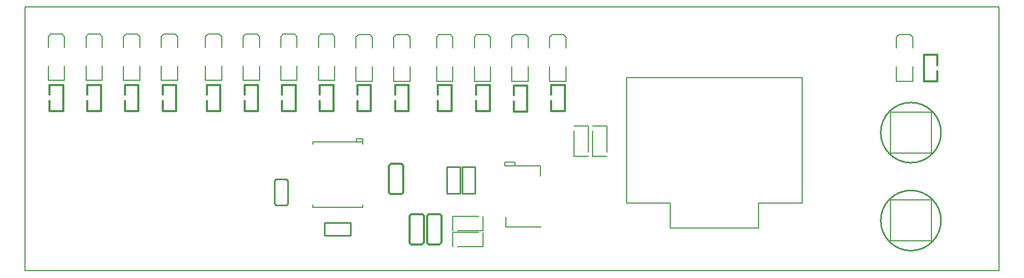
<source format=gbo>
%FSLAX25Y25*%
%MOIN*%
G70*
G01*
G75*
G04 Layer_Color=16776960*
%ADD10C,0.01000*%
%ADD11C,0.04000*%
%ADD12C,0.02000*%
%ADD13C,0.00787*%
%ADD14C,0.12992*%
%ADD15O,0.05600X0.06400*%
%ADD16R,0.05600X0.06400*%
%ADD17C,0.04000*%
%ADD18C,0.05600*%
%ADD19C,0.05000*%
%ADD20R,0.06299X0.05512*%
%ADD21R,0.06000X0.05000*%
%ADD22R,0.05000X0.05000*%
%ADD23R,0.05000X0.05000*%
%ADD24R,0.11811X0.05906*%
%ADD25R,0.15748X0.07874*%
%ADD26R,0.05906X0.01181*%
%ADD27R,0.05000X0.06000*%
%ADD28R,0.04921X0.05118*%
%ADD29C,0.06000*%
%ADD30C,0.01200*%
%ADD31C,0.01600*%
%ADD32O,0.06400X0.07200*%
%ADD33R,0.06400X0.07200*%
%ADD34R,0.40000X0.14500*%
%ADD35R,0.07099X0.06312*%
%ADD36R,0.06800X0.05800*%
%ADD37R,0.05800X0.05800*%
%ADD38R,0.05800X0.05800*%
%ADD39R,0.12611X0.06706*%
%ADD40R,0.16548X0.08674*%
%ADD41R,0.06706X0.01981*%
%ADD42R,0.05800X0.06800*%
%ADD43R,0.05721X0.05918*%
%ADD44C,0.00800*%
D10*
X574016Y31496D02*
G03*
X574016Y31496I-18898J0D01*
G01*
Y86614D02*
G03*
X574016Y86614I-18898J0D01*
G01*
X164500Y41900D02*
Y56600D01*
X163600Y41000D02*
X164500Y41900D01*
X157400Y41000D02*
X163600D01*
X156400Y42000D02*
X157400Y41000D01*
X156400Y42000D02*
Y56500D01*
X163600Y57500D02*
X164500Y56600D01*
X157400Y57500D02*
X163600D01*
X156400Y56500D02*
X157400Y57500D01*
X204000Y22000D02*
Y30100D01*
X187500Y22000D02*
X204000D01*
X187500D02*
Y30100D01*
X204000D01*
X273900Y65000D02*
X282000D01*
Y48500D02*
Y65000D01*
X273900Y48500D02*
X282000D01*
X273900D02*
Y65000D01*
X264400D02*
X272500D01*
Y48500D02*
Y65000D01*
X264400Y48500D02*
X272500D01*
X264400D02*
Y65000D01*
X574016Y31496D02*
G03*
X574016Y31496I-18898J0D01*
G01*
Y86614D02*
G03*
X574016Y86614I-18898J0D01*
G01*
D13*
X194095Y140157D02*
Y146850D01*
X183858Y140157D02*
Y146850D01*
X194095Y119291D02*
Y128347D01*
X183858Y119291D02*
Y128347D01*
X170473Y140157D02*
Y146850D01*
X160236Y140157D02*
Y146850D01*
X170473Y119291D02*
Y128347D01*
X160236Y119291D02*
Y128347D01*
X146850Y140157D02*
Y146850D01*
X136614Y140157D02*
Y146850D01*
X146850Y119291D02*
Y128347D01*
X136614Y119291D02*
Y128347D01*
X123228Y140157D02*
Y146850D01*
X112992Y140157D02*
Y146850D01*
X123228Y119291D02*
Y128347D01*
X112992Y119291D02*
Y128347D01*
X95669Y140157D02*
Y146850D01*
X85433Y140157D02*
Y146850D01*
X95669Y119291D02*
Y128347D01*
X85433Y119291D02*
Y128347D01*
X72047Y140157D02*
Y146850D01*
X61811Y140157D02*
Y146850D01*
X72047Y119291D02*
Y128347D01*
X61811Y119291D02*
Y128347D01*
X48425Y140157D02*
Y146850D01*
X38189Y140157D02*
Y146850D01*
X48425Y119291D02*
Y128347D01*
X38189Y119291D02*
Y128347D01*
X24803Y140157D02*
Y146850D01*
X14567Y140157D02*
Y146850D01*
X24803Y119291D02*
Y128347D01*
X14567Y119291D02*
Y128347D01*
X217717Y139764D02*
Y146457D01*
X207480Y139764D02*
Y146457D01*
X217717Y118898D02*
Y127953D01*
X207480Y118898D02*
Y127953D01*
X241339Y139764D02*
Y146457D01*
X231102Y139764D02*
Y146457D01*
X241339Y118898D02*
Y127953D01*
X231102Y118898D02*
Y127953D01*
X268110Y139764D02*
Y146457D01*
X257874Y139764D02*
Y146457D01*
X268110Y118898D02*
Y127953D01*
X257874Y118898D02*
Y127953D01*
X291732Y139764D02*
Y146457D01*
X281496Y139764D02*
Y146457D01*
X291732Y118898D02*
Y127953D01*
X281496Y118898D02*
Y127953D01*
X315354Y139764D02*
Y146457D01*
X305118Y139764D02*
Y146457D01*
X315354Y118898D02*
Y127953D01*
X305118Y118898D02*
Y127953D01*
X338976Y139764D02*
Y146457D01*
X328740Y139764D02*
Y146457D01*
X338976Y118898D02*
Y127953D01*
X328740Y118898D02*
Y127953D01*
X556299Y139764D02*
Y146457D01*
X546063Y139764D02*
Y146457D01*
X556299Y118898D02*
Y127953D01*
X546063Y118898D02*
Y127953D01*
X268000Y15000D02*
Y24000D01*
X287000Y15000D02*
Y24000D01*
X268000D02*
X284362D01*
X270976Y15000D02*
X287000D01*
X268000Y25000D02*
Y34000D01*
X287000Y25000D02*
Y34000D01*
X268000D02*
X284362D01*
X270976Y25000D02*
X287000D01*
X300787Y65905D02*
X322835D01*
X301181Y27520D02*
X323228D01*
X322835Y59606D02*
Y65905D01*
X301181Y27520D02*
Y33819D01*
X300787Y65905D02*
Y68268D01*
X307087D01*
Y65905D02*
Y68268D01*
X211709Y79362D02*
Y80937D01*
X180213D02*
X211709D01*
X180213Y79362D02*
Y80937D01*
Y39795D02*
Y41370D01*
Y39795D02*
X211709D01*
Y41370D01*
Y80937D02*
Y82906D01*
X207772D02*
X211709D01*
X207772Y80937D02*
Y82906D01*
X343925Y90772D02*
X352925D01*
X343925Y71772D02*
X352925D01*
Y74410D02*
Y90772D01*
X343925Y71772D02*
Y87795D01*
X355736Y90772D02*
X364736D01*
X355736Y71772D02*
X364736D01*
Y74410D02*
Y90772D01*
X355736Y71772D02*
Y87795D01*
X404449Y26654D02*
X459567D01*
Y42402D01*
X463504D01*
X487126D01*
Y121142D01*
X376890D02*
X487126D01*
X376890Y42402D02*
Y121142D01*
Y42402D02*
X404449D01*
Y26654D02*
Y42402D01*
X0Y0D02*
Y165354D01*
X610236D01*
Y0D02*
Y165354D01*
X0Y0D02*
X610236D01*
D30*
X259768Y16500D02*
X261000Y17732D01*
X252000Y17563D02*
Y34492D01*
Y17563D02*
X253063Y16500D01*
X259768D01*
X252000Y34492D02*
X253008Y35500D01*
X259941D01*
X261000Y34441D01*
Y17732D02*
Y34441D01*
X248768Y16500D02*
X250000Y17732D01*
X241000Y17563D02*
Y34492D01*
Y17563D02*
X242063Y16500D01*
X248768D01*
X241000Y34492D02*
X242008Y35500D01*
X248941D01*
X250000Y34441D01*
Y17732D02*
Y34441D01*
X184776Y100039D02*
Y106439D01*
Y100039D02*
X193176D01*
X184776Y110339D02*
Y116439D01*
X193176D01*
Y100039D02*
Y116439D01*
X161154Y100039D02*
Y106439D01*
Y100039D02*
X169554D01*
X161154Y110339D02*
Y116439D01*
X169554D01*
Y100039D02*
Y116439D01*
X137532Y100039D02*
Y106439D01*
Y100039D02*
X145932D01*
X137532Y110339D02*
Y116439D01*
X145932D01*
Y100039D02*
Y116439D01*
X113910Y100039D02*
Y106439D01*
Y100039D02*
X122310D01*
X113910Y110339D02*
Y116439D01*
X122310D01*
Y100039D02*
Y116439D01*
X86351Y100039D02*
Y106439D01*
Y100039D02*
X94751D01*
X86351Y110339D02*
Y116439D01*
X94751D01*
Y100039D02*
Y116439D01*
X62729Y100039D02*
Y106439D01*
Y100039D02*
X71129D01*
X62729Y110339D02*
Y116439D01*
X71129D01*
Y100039D02*
Y116439D01*
X39107Y100039D02*
Y106439D01*
Y100039D02*
X47507D01*
X39107Y110339D02*
Y116439D01*
X47507D01*
Y100039D02*
Y116439D01*
X15485Y100039D02*
Y106439D01*
Y100039D02*
X23885D01*
X15485Y110339D02*
Y116439D01*
X23885D01*
Y100039D02*
Y116439D01*
X208398Y100039D02*
Y106439D01*
Y100039D02*
X216798D01*
X208398Y110339D02*
Y116439D01*
X216798D01*
Y100039D02*
Y116439D01*
X232020Y100039D02*
Y106439D01*
Y100039D02*
X240421D01*
X232020Y110339D02*
Y116439D01*
X240421D01*
Y100039D02*
Y116439D01*
X258800Y100208D02*
Y106608D01*
Y100208D02*
X267200D01*
X258800Y110508D02*
Y116608D01*
X267200D01*
Y100208D02*
Y116608D01*
X282800Y100208D02*
Y106608D01*
Y100208D02*
X291200D01*
X282800Y110508D02*
Y116608D01*
X291200D01*
Y100208D02*
Y116608D01*
X306300Y99708D02*
Y106108D01*
Y99708D02*
X314700D01*
X306300Y110008D02*
Y116108D01*
X314700D01*
Y99708D02*
Y116108D01*
X329800Y100208D02*
Y106608D01*
Y100208D02*
X338200D01*
X329800Y110508D02*
Y116608D01*
X338200D01*
Y100208D02*
Y116608D01*
X571700Y128892D02*
Y135292D01*
X563300D02*
X571700D01*
Y118892D02*
Y124992D01*
X563300Y118892D02*
X571700D01*
X563300D02*
Y135292D01*
X228000Y65768D02*
X229232Y67000D01*
X237000Y49008D02*
Y65937D01*
X235937Y67000D02*
X237000Y65937D01*
X229232Y67000D02*
X235937D01*
X235992Y48000D02*
X237000Y49008D01*
X229059Y48000D02*
X235992D01*
X228000Y49059D02*
X229059Y48000D01*
X228000Y49059D02*
Y65768D01*
D44*
X183858Y119291D02*
X194095D01*
X188976Y148425D02*
X192520D01*
X192520D02*
X194095Y146850D01*
X185433Y148425D02*
X188976D01*
X183858Y146850D02*
X185433Y148425D01*
X160236Y119291D02*
X170473D01*
X165354Y148425D02*
X168898D01*
X168898D02*
X170473Y146850D01*
X161811Y148425D02*
X165354D01*
X160236Y146850D02*
X161811Y148425D01*
X136614Y119291D02*
X146850D01*
X141732Y148425D02*
X145276D01*
X145276D02*
X146850Y146850D01*
X138189Y148425D02*
X141732D01*
X136614Y146850D02*
X138189Y148425D01*
X112992Y119291D02*
X123228D01*
X118110Y148425D02*
X121653D01*
X121653D02*
X123228Y146850D01*
X114567Y148425D02*
X118110D01*
X112992Y146850D02*
X114567Y148425D01*
X85433Y119291D02*
X95669D01*
X90551Y148425D02*
X94095D01*
X94095D02*
X95669Y146850D01*
X87008Y148425D02*
X90551D01*
X85433Y146850D02*
X87008Y148425D01*
X61811Y119291D02*
X72047D01*
X66929Y148425D02*
X70472D01*
X70472D02*
X72047Y146850D01*
X63386Y148425D02*
X66929D01*
X61811Y146850D02*
X63386Y148425D01*
X38189Y119291D02*
X48425D01*
X43307Y148425D02*
X46850D01*
X46850D02*
X48425Y146850D01*
X39764Y148425D02*
X43307D01*
X38189Y146850D02*
X39764Y148425D01*
X14567Y119291D02*
X24803D01*
X19685Y148425D02*
X23228D01*
X23228D02*
X24803Y146850D01*
X16142Y148425D02*
X19685D01*
X14567Y146850D02*
X16142Y148425D01*
X207480Y118898D02*
X217717D01*
X212598Y148031D02*
X216142D01*
X216142D02*
X217717Y146457D01*
X209055Y148031D02*
X212598D01*
X207480Y146457D02*
X209055Y148031D01*
X231102Y118898D02*
X241339D01*
X236221Y148031D02*
X239764D01*
X239764D02*
X241339Y146457D01*
X232677Y148031D02*
X236221D01*
X231102Y146457D02*
X232677Y148031D01*
X257874Y118898D02*
X268110D01*
X262992Y148031D02*
X266535D01*
X266535D02*
X268110Y146457D01*
X259449Y148031D02*
X262992D01*
X257874Y146457D02*
X259449Y148031D01*
X281496Y118898D02*
X291732D01*
X286614Y148031D02*
X290158D01*
X290158D02*
X291732Y146457D01*
X283071Y148031D02*
X286614D01*
X281496Y146457D02*
X283071Y148031D01*
X305118Y118898D02*
X315354D01*
X310236Y148031D02*
X313779D01*
X313779D02*
X315354Y146457D01*
X306693Y148031D02*
X310236D01*
X305118Y146457D02*
X306693Y148031D01*
X328740Y118898D02*
X338976D01*
X333858Y148031D02*
X337402D01*
X337402D02*
X338976Y146457D01*
X330315Y148031D02*
X333858D01*
X328740Y146457D02*
X330315Y148031D01*
X546063Y118898D02*
X556299D01*
X551181Y148031D02*
X554724D01*
X554724D02*
X556299Y146457D01*
X547638Y148031D02*
X551181D01*
X546063Y146457D02*
X547638Y148031D01*
X542323Y44291D02*
X567913D01*
Y18701D02*
Y44291D01*
X542323Y18701D02*
X567913D01*
X542323D02*
Y44291D01*
Y99410D02*
X567913D01*
Y73819D02*
Y99410D01*
X542323Y73819D02*
X567913D01*
X542323D02*
Y99410D01*
M02*

</source>
